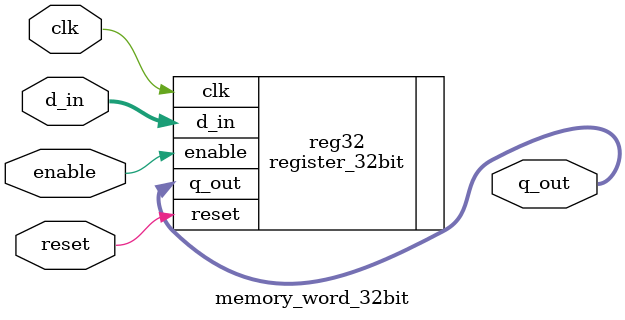
<source format=sv>
module memory_word_32bit (
    input wire clk,
    input wire reset,
    input wire enable,          // Enable signal to select this memory word
    input wire [31:0] d_in,     // 32-bit data input (for initializing or writing)
    output wire [31:0] q_out    // 32-bit data output
);

    // Use the previously created 32-bit register as the memory word
    register_32bit reg32 (
        .clk(clk),
        .reset(reset),
        .enable(enable),        // Enable determines if this memory word is selected
        .d_in(d_in),            // Data input (for write or initialization)
        .q_out(q_out)           // Output of the 32-bit memory word
    );

endmodule
</source>
